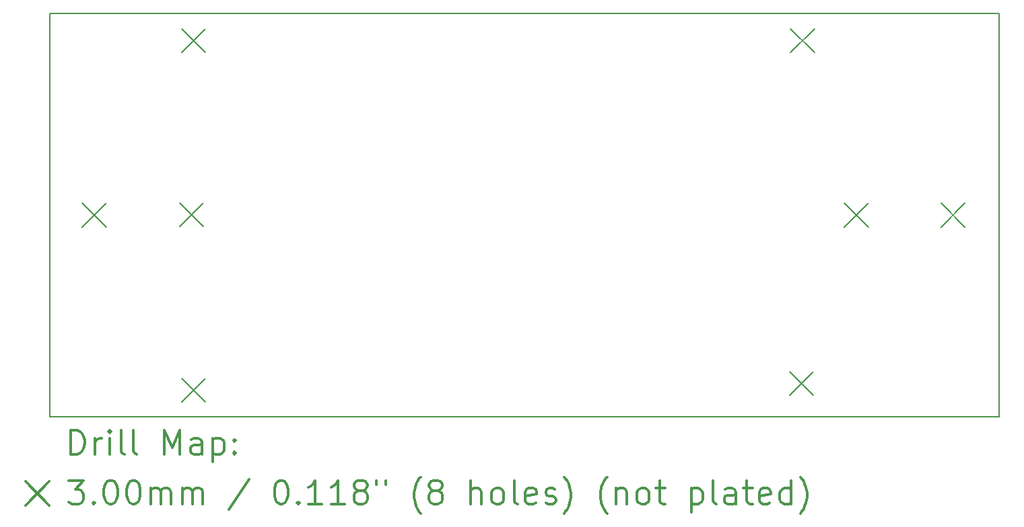
<source format=gbr>
%FSLAX45Y45*%
G04 Gerber Fmt 4.5, Leading zero omitted, Abs format (unit mm)*
G04 Created by KiCad (PCBNEW 4.0.7) date 06/30/19 19:59:10*
%MOMM*%
%LPD*%
G01*
G04 APERTURE LIST*
%ADD10C,0.127000*%
%ADD11C,0.150000*%
%ADD12C,0.200000*%
%ADD13C,0.300000*%
G04 APERTURE END LIST*
D10*
D11*
X20091400Y-9575800D02*
X20091400Y-4495800D01*
X8153400Y-9575800D02*
X20091400Y-9575800D01*
X8153400Y-4495800D02*
X8153400Y-9575800D01*
X20091400Y-4495800D02*
X8153400Y-4495800D01*
D12*
X8559400Y-6887800D02*
X8859400Y-7187800D01*
X8859400Y-6887800D02*
X8559400Y-7187800D01*
X9781400Y-6885800D02*
X10081400Y-7185800D01*
X10081400Y-6885800D02*
X9781400Y-7185800D01*
X9806800Y-4688700D02*
X10106800Y-4988700D01*
X10106800Y-4688700D02*
X9806800Y-4988700D01*
X9806800Y-9095600D02*
X10106800Y-9395600D01*
X10106800Y-9095600D02*
X9806800Y-9395600D01*
X17452200Y-9006700D02*
X17752200Y-9306700D01*
X17752200Y-9006700D02*
X17452200Y-9306700D01*
X17464900Y-4688700D02*
X17764900Y-4988700D01*
X17764900Y-4688700D02*
X17464900Y-4988700D01*
X18144000Y-6888000D02*
X18444000Y-7188000D01*
X18444000Y-6888000D02*
X18144000Y-7188000D01*
X19359400Y-6887800D02*
X19659400Y-7187800D01*
X19659400Y-6887800D02*
X19359400Y-7187800D01*
D13*
X8417329Y-10049014D02*
X8417329Y-9749014D01*
X8488757Y-9749014D01*
X8531614Y-9763300D01*
X8560186Y-9791872D01*
X8574471Y-9820443D01*
X8588757Y-9877586D01*
X8588757Y-9920443D01*
X8574471Y-9977586D01*
X8560186Y-10006157D01*
X8531614Y-10034729D01*
X8488757Y-10049014D01*
X8417329Y-10049014D01*
X8717329Y-10049014D02*
X8717329Y-9849014D01*
X8717329Y-9906157D02*
X8731614Y-9877586D01*
X8745900Y-9863300D01*
X8774471Y-9849014D01*
X8803043Y-9849014D01*
X8903043Y-10049014D02*
X8903043Y-9849014D01*
X8903043Y-9749014D02*
X8888757Y-9763300D01*
X8903043Y-9777586D01*
X8917329Y-9763300D01*
X8903043Y-9749014D01*
X8903043Y-9777586D01*
X9088757Y-10049014D02*
X9060186Y-10034729D01*
X9045900Y-10006157D01*
X9045900Y-9749014D01*
X9245900Y-10049014D02*
X9217329Y-10034729D01*
X9203043Y-10006157D01*
X9203043Y-9749014D01*
X9588757Y-10049014D02*
X9588757Y-9749014D01*
X9688757Y-9963300D01*
X9788757Y-9749014D01*
X9788757Y-10049014D01*
X10060186Y-10049014D02*
X10060186Y-9891872D01*
X10045900Y-9863300D01*
X10017329Y-9849014D01*
X9960186Y-9849014D01*
X9931614Y-9863300D01*
X10060186Y-10034729D02*
X10031614Y-10049014D01*
X9960186Y-10049014D01*
X9931614Y-10034729D01*
X9917329Y-10006157D01*
X9917329Y-9977586D01*
X9931614Y-9949014D01*
X9960186Y-9934729D01*
X10031614Y-9934729D01*
X10060186Y-9920443D01*
X10203043Y-9849014D02*
X10203043Y-10149014D01*
X10203043Y-9863300D02*
X10231614Y-9849014D01*
X10288757Y-9849014D01*
X10317329Y-9863300D01*
X10331614Y-9877586D01*
X10345900Y-9906157D01*
X10345900Y-9991872D01*
X10331614Y-10020443D01*
X10317329Y-10034729D01*
X10288757Y-10049014D01*
X10231614Y-10049014D01*
X10203043Y-10034729D01*
X10474471Y-10020443D02*
X10488757Y-10034729D01*
X10474471Y-10049014D01*
X10460186Y-10034729D01*
X10474471Y-10020443D01*
X10474471Y-10049014D01*
X10474471Y-9863300D02*
X10488757Y-9877586D01*
X10474471Y-9891872D01*
X10460186Y-9877586D01*
X10474471Y-9863300D01*
X10474471Y-9891872D01*
X7845900Y-10393300D02*
X8145900Y-10693300D01*
X8145900Y-10393300D02*
X7845900Y-10693300D01*
X8388757Y-10379014D02*
X8574471Y-10379014D01*
X8474471Y-10493300D01*
X8517329Y-10493300D01*
X8545900Y-10507586D01*
X8560186Y-10521872D01*
X8574471Y-10550443D01*
X8574471Y-10621872D01*
X8560186Y-10650443D01*
X8545900Y-10664729D01*
X8517329Y-10679014D01*
X8431614Y-10679014D01*
X8403043Y-10664729D01*
X8388757Y-10650443D01*
X8703043Y-10650443D02*
X8717329Y-10664729D01*
X8703043Y-10679014D01*
X8688757Y-10664729D01*
X8703043Y-10650443D01*
X8703043Y-10679014D01*
X8903043Y-10379014D02*
X8931614Y-10379014D01*
X8960186Y-10393300D01*
X8974471Y-10407586D01*
X8988757Y-10436157D01*
X9003043Y-10493300D01*
X9003043Y-10564729D01*
X8988757Y-10621872D01*
X8974471Y-10650443D01*
X8960186Y-10664729D01*
X8931614Y-10679014D01*
X8903043Y-10679014D01*
X8874471Y-10664729D01*
X8860186Y-10650443D01*
X8845900Y-10621872D01*
X8831614Y-10564729D01*
X8831614Y-10493300D01*
X8845900Y-10436157D01*
X8860186Y-10407586D01*
X8874471Y-10393300D01*
X8903043Y-10379014D01*
X9188757Y-10379014D02*
X9217329Y-10379014D01*
X9245900Y-10393300D01*
X9260186Y-10407586D01*
X9274471Y-10436157D01*
X9288757Y-10493300D01*
X9288757Y-10564729D01*
X9274471Y-10621872D01*
X9260186Y-10650443D01*
X9245900Y-10664729D01*
X9217329Y-10679014D01*
X9188757Y-10679014D01*
X9160186Y-10664729D01*
X9145900Y-10650443D01*
X9131614Y-10621872D01*
X9117329Y-10564729D01*
X9117329Y-10493300D01*
X9131614Y-10436157D01*
X9145900Y-10407586D01*
X9160186Y-10393300D01*
X9188757Y-10379014D01*
X9417329Y-10679014D02*
X9417329Y-10479014D01*
X9417329Y-10507586D02*
X9431614Y-10493300D01*
X9460186Y-10479014D01*
X9503043Y-10479014D01*
X9531614Y-10493300D01*
X9545900Y-10521872D01*
X9545900Y-10679014D01*
X9545900Y-10521872D02*
X9560186Y-10493300D01*
X9588757Y-10479014D01*
X9631614Y-10479014D01*
X9660186Y-10493300D01*
X9674471Y-10521872D01*
X9674471Y-10679014D01*
X9817329Y-10679014D02*
X9817329Y-10479014D01*
X9817329Y-10507586D02*
X9831614Y-10493300D01*
X9860186Y-10479014D01*
X9903043Y-10479014D01*
X9931614Y-10493300D01*
X9945900Y-10521872D01*
X9945900Y-10679014D01*
X9945900Y-10521872D02*
X9960186Y-10493300D01*
X9988757Y-10479014D01*
X10031614Y-10479014D01*
X10060186Y-10493300D01*
X10074471Y-10521872D01*
X10074471Y-10679014D01*
X10660186Y-10364729D02*
X10403043Y-10750443D01*
X11045900Y-10379014D02*
X11074471Y-10379014D01*
X11103043Y-10393300D01*
X11117328Y-10407586D01*
X11131614Y-10436157D01*
X11145900Y-10493300D01*
X11145900Y-10564729D01*
X11131614Y-10621872D01*
X11117328Y-10650443D01*
X11103043Y-10664729D01*
X11074471Y-10679014D01*
X11045900Y-10679014D01*
X11017328Y-10664729D01*
X11003043Y-10650443D01*
X10988757Y-10621872D01*
X10974471Y-10564729D01*
X10974471Y-10493300D01*
X10988757Y-10436157D01*
X11003043Y-10407586D01*
X11017328Y-10393300D01*
X11045900Y-10379014D01*
X11274471Y-10650443D02*
X11288757Y-10664729D01*
X11274471Y-10679014D01*
X11260186Y-10664729D01*
X11274471Y-10650443D01*
X11274471Y-10679014D01*
X11574471Y-10679014D02*
X11403043Y-10679014D01*
X11488757Y-10679014D02*
X11488757Y-10379014D01*
X11460185Y-10421872D01*
X11431614Y-10450443D01*
X11403043Y-10464729D01*
X11860185Y-10679014D02*
X11688757Y-10679014D01*
X11774471Y-10679014D02*
X11774471Y-10379014D01*
X11745900Y-10421872D01*
X11717328Y-10450443D01*
X11688757Y-10464729D01*
X12031614Y-10507586D02*
X12003043Y-10493300D01*
X11988757Y-10479014D01*
X11974471Y-10450443D01*
X11974471Y-10436157D01*
X11988757Y-10407586D01*
X12003043Y-10393300D01*
X12031614Y-10379014D01*
X12088757Y-10379014D01*
X12117328Y-10393300D01*
X12131614Y-10407586D01*
X12145900Y-10436157D01*
X12145900Y-10450443D01*
X12131614Y-10479014D01*
X12117328Y-10493300D01*
X12088757Y-10507586D01*
X12031614Y-10507586D01*
X12003043Y-10521872D01*
X11988757Y-10536157D01*
X11974471Y-10564729D01*
X11974471Y-10621872D01*
X11988757Y-10650443D01*
X12003043Y-10664729D01*
X12031614Y-10679014D01*
X12088757Y-10679014D01*
X12117328Y-10664729D01*
X12131614Y-10650443D01*
X12145900Y-10621872D01*
X12145900Y-10564729D01*
X12131614Y-10536157D01*
X12117328Y-10521872D01*
X12088757Y-10507586D01*
X12260186Y-10379014D02*
X12260186Y-10436157D01*
X12374471Y-10379014D02*
X12374471Y-10436157D01*
X12817328Y-10793300D02*
X12803043Y-10779014D01*
X12774471Y-10736157D01*
X12760185Y-10707586D01*
X12745900Y-10664729D01*
X12731614Y-10593300D01*
X12731614Y-10536157D01*
X12745900Y-10464729D01*
X12760185Y-10421872D01*
X12774471Y-10393300D01*
X12803043Y-10350443D01*
X12817328Y-10336157D01*
X12974471Y-10507586D02*
X12945900Y-10493300D01*
X12931614Y-10479014D01*
X12917328Y-10450443D01*
X12917328Y-10436157D01*
X12931614Y-10407586D01*
X12945900Y-10393300D01*
X12974471Y-10379014D01*
X13031614Y-10379014D01*
X13060185Y-10393300D01*
X13074471Y-10407586D01*
X13088757Y-10436157D01*
X13088757Y-10450443D01*
X13074471Y-10479014D01*
X13060185Y-10493300D01*
X13031614Y-10507586D01*
X12974471Y-10507586D01*
X12945900Y-10521872D01*
X12931614Y-10536157D01*
X12917328Y-10564729D01*
X12917328Y-10621872D01*
X12931614Y-10650443D01*
X12945900Y-10664729D01*
X12974471Y-10679014D01*
X13031614Y-10679014D01*
X13060185Y-10664729D01*
X13074471Y-10650443D01*
X13088757Y-10621872D01*
X13088757Y-10564729D01*
X13074471Y-10536157D01*
X13060185Y-10521872D01*
X13031614Y-10507586D01*
X13445900Y-10679014D02*
X13445900Y-10379014D01*
X13574471Y-10679014D02*
X13574471Y-10521872D01*
X13560185Y-10493300D01*
X13531614Y-10479014D01*
X13488757Y-10479014D01*
X13460185Y-10493300D01*
X13445900Y-10507586D01*
X13760185Y-10679014D02*
X13731614Y-10664729D01*
X13717328Y-10650443D01*
X13703043Y-10621872D01*
X13703043Y-10536157D01*
X13717328Y-10507586D01*
X13731614Y-10493300D01*
X13760185Y-10479014D01*
X13803043Y-10479014D01*
X13831614Y-10493300D01*
X13845900Y-10507586D01*
X13860185Y-10536157D01*
X13860185Y-10621872D01*
X13845900Y-10650443D01*
X13831614Y-10664729D01*
X13803043Y-10679014D01*
X13760185Y-10679014D01*
X14031614Y-10679014D02*
X14003043Y-10664729D01*
X13988757Y-10636157D01*
X13988757Y-10379014D01*
X14260186Y-10664729D02*
X14231614Y-10679014D01*
X14174471Y-10679014D01*
X14145900Y-10664729D01*
X14131614Y-10636157D01*
X14131614Y-10521872D01*
X14145900Y-10493300D01*
X14174471Y-10479014D01*
X14231614Y-10479014D01*
X14260186Y-10493300D01*
X14274471Y-10521872D01*
X14274471Y-10550443D01*
X14131614Y-10579014D01*
X14388757Y-10664729D02*
X14417328Y-10679014D01*
X14474471Y-10679014D01*
X14503043Y-10664729D01*
X14517328Y-10636157D01*
X14517328Y-10621872D01*
X14503043Y-10593300D01*
X14474471Y-10579014D01*
X14431614Y-10579014D01*
X14403043Y-10564729D01*
X14388757Y-10536157D01*
X14388757Y-10521872D01*
X14403043Y-10493300D01*
X14431614Y-10479014D01*
X14474471Y-10479014D01*
X14503043Y-10493300D01*
X14617328Y-10793300D02*
X14631614Y-10779014D01*
X14660186Y-10736157D01*
X14674471Y-10707586D01*
X14688757Y-10664729D01*
X14703043Y-10593300D01*
X14703043Y-10536157D01*
X14688757Y-10464729D01*
X14674471Y-10421872D01*
X14660186Y-10393300D01*
X14631614Y-10350443D01*
X14617328Y-10336157D01*
X15160186Y-10793300D02*
X15145900Y-10779014D01*
X15117328Y-10736157D01*
X15103043Y-10707586D01*
X15088757Y-10664729D01*
X15074471Y-10593300D01*
X15074471Y-10536157D01*
X15088757Y-10464729D01*
X15103043Y-10421872D01*
X15117328Y-10393300D01*
X15145900Y-10350443D01*
X15160186Y-10336157D01*
X15274471Y-10479014D02*
X15274471Y-10679014D01*
X15274471Y-10507586D02*
X15288757Y-10493300D01*
X15317328Y-10479014D01*
X15360186Y-10479014D01*
X15388757Y-10493300D01*
X15403043Y-10521872D01*
X15403043Y-10679014D01*
X15588757Y-10679014D02*
X15560186Y-10664729D01*
X15545900Y-10650443D01*
X15531614Y-10621872D01*
X15531614Y-10536157D01*
X15545900Y-10507586D01*
X15560186Y-10493300D01*
X15588757Y-10479014D01*
X15631614Y-10479014D01*
X15660186Y-10493300D01*
X15674471Y-10507586D01*
X15688757Y-10536157D01*
X15688757Y-10621872D01*
X15674471Y-10650443D01*
X15660186Y-10664729D01*
X15631614Y-10679014D01*
X15588757Y-10679014D01*
X15774471Y-10479014D02*
X15888757Y-10479014D01*
X15817328Y-10379014D02*
X15817328Y-10636157D01*
X15831614Y-10664729D01*
X15860186Y-10679014D01*
X15888757Y-10679014D01*
X16217328Y-10479014D02*
X16217328Y-10779014D01*
X16217328Y-10493300D02*
X16245900Y-10479014D01*
X16303043Y-10479014D01*
X16331614Y-10493300D01*
X16345900Y-10507586D01*
X16360186Y-10536157D01*
X16360186Y-10621872D01*
X16345900Y-10650443D01*
X16331614Y-10664729D01*
X16303043Y-10679014D01*
X16245900Y-10679014D01*
X16217328Y-10664729D01*
X16531614Y-10679014D02*
X16503043Y-10664729D01*
X16488757Y-10636157D01*
X16488757Y-10379014D01*
X16774471Y-10679014D02*
X16774471Y-10521872D01*
X16760186Y-10493300D01*
X16731614Y-10479014D01*
X16674471Y-10479014D01*
X16645900Y-10493300D01*
X16774471Y-10664729D02*
X16745900Y-10679014D01*
X16674471Y-10679014D01*
X16645900Y-10664729D01*
X16631614Y-10636157D01*
X16631614Y-10607586D01*
X16645900Y-10579014D01*
X16674471Y-10564729D01*
X16745900Y-10564729D01*
X16774471Y-10550443D01*
X16874471Y-10479014D02*
X16988757Y-10479014D01*
X16917329Y-10379014D02*
X16917329Y-10636157D01*
X16931614Y-10664729D01*
X16960186Y-10679014D01*
X16988757Y-10679014D01*
X17203043Y-10664729D02*
X17174472Y-10679014D01*
X17117329Y-10679014D01*
X17088757Y-10664729D01*
X17074472Y-10636157D01*
X17074472Y-10521872D01*
X17088757Y-10493300D01*
X17117329Y-10479014D01*
X17174472Y-10479014D01*
X17203043Y-10493300D01*
X17217329Y-10521872D01*
X17217329Y-10550443D01*
X17074472Y-10579014D01*
X17474472Y-10679014D02*
X17474472Y-10379014D01*
X17474472Y-10664729D02*
X17445900Y-10679014D01*
X17388757Y-10679014D01*
X17360186Y-10664729D01*
X17345900Y-10650443D01*
X17331614Y-10621872D01*
X17331614Y-10536157D01*
X17345900Y-10507586D01*
X17360186Y-10493300D01*
X17388757Y-10479014D01*
X17445900Y-10479014D01*
X17474472Y-10493300D01*
X17588757Y-10793300D02*
X17603043Y-10779014D01*
X17631614Y-10736157D01*
X17645900Y-10707586D01*
X17660186Y-10664729D01*
X17674472Y-10593300D01*
X17674472Y-10536157D01*
X17660186Y-10464729D01*
X17645900Y-10421872D01*
X17631614Y-10393300D01*
X17603043Y-10350443D01*
X17588757Y-10336157D01*
M02*

</source>
